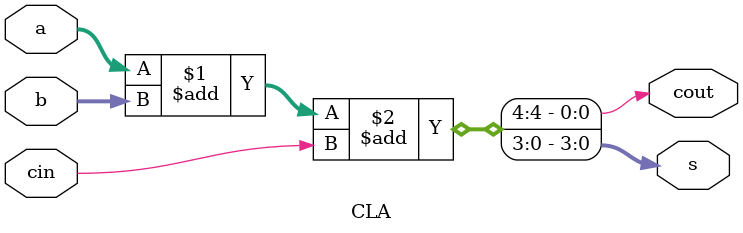
<source format=v>
module CLA(a,b,cin,s,cout);
parameter width = 4;
input [width-1:0]a,b;
input cin;
output [width-1:0]s;
output cout;

assign {cout,s} = a+b+cin;

endmodule

</source>
